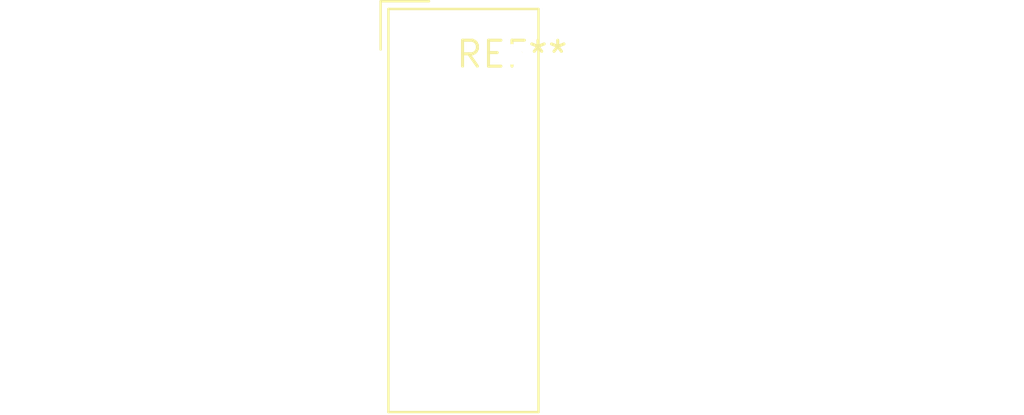
<source format=kicad_pcb>
(kicad_pcb (version 20240108) (generator pcbnew)
  (layers (0 "F.Cu" signal) (31 "B.Cu" signal) (34 "B.Paste" user) (35 "F.Paste" user) (36 "B.SilkS" user "B.Silkscreen") (37 "F.SilkS" user "F.Silkscreen") (38 "B.Mask" user) (39 "F.Mask" user) (44 "Edge.Cuts" user))
  (net 0 "")
  (footprint "Converter_DCDC_TRACO_TMA-15xxD_24xxD_Dual_THT" (layer "F.Cu") (at 0 0)
    (property "Reference" "REF**")
    (property "Value" "Converter_DCDC_TRACO_TMA-15xxD_24xxD_Dual_THT")
    (fp_line (start -6.425 -2.6) (end -4.058333 -2.6) (layer "F.SilkS") (stroke (width 0.12)))
    (fp_line (start -6.425 -0.233333) (end -6.425 -2.6) (layer "F.SilkS") (stroke (width 0.12)))
    (fp_line (start -6.045 -2.22) (end -6.045 17.52) (layer "F.SilkS") (stroke (width 0.12)))
    (fp_line (start -6.045 -2.22) (end 1.295 -2.22) (layer "F.SilkS") (stroke (width 0.12)))
    (fp_line (start -6.045 17.52) (end 1.295 17.52) (layer "F.SilkS") (stroke (width 0.12)))
    (fp_line (start 1.295 -2.22) (end 1.295 17.52) (layer "F.SilkS") (stroke (width 0.12)))
    (pad "1" thru_hole rect (at 0 0) (size 1.5 1.5) (drill 1) (layers *.Cu *.Mask) (remove_unused_layers))
    (pad "2" thru_hole circle (at 0 2.54) (size 1.5 1.5) (drill 1) (layers *.Cu *.Mask) (remove_unused_layers))
    (pad "4" thru_hole circle (at 0 7.62) (size 1.5 1.5) (drill 1) (layers *.Cu *.Mask) (remove_unused_layers))
    (pad "5" thru_hole circle (at 0 10.16) (size 1.5 1.5) (drill 1) (layers *.Cu *.Mask) (remove_unused_layers))
    (pad "6" thru_hole circle (at 0 12.7) (size 1.5 1.5) (drill 1) (layers *.Cu *.Mask) (remove_unused_layers))
  )
)
</source>
